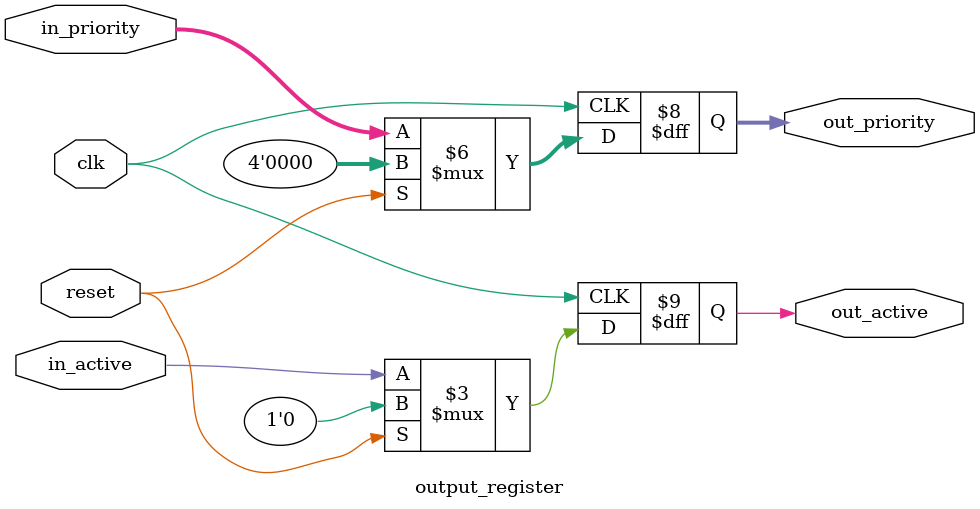
<source format=sv>
module priority_fixed_ismu #(
    parameter INT_COUNT = 16
)(
    input clk,
    input reset,
    input [INT_COUNT-1:0] int_src,
    input [INT_COUNT-1:0] int_enable,
    output [3:0] priority_num,
    output int_active
);

    wire [3:0] detected_priority;
    wire detection_active;

    // 中断检测子模块
    interrupt_detector #(
        .INT_COUNT(INT_COUNT)
    ) u_interrupt_detector (
        .int_src(int_src),
        .int_enable(int_enable),
        .priority_num(detected_priority),
        .int_active(detection_active)
    );

    // 寄存器输出子模块
    output_register u_output_register (
        .clk(clk),
        .reset(reset),
        .in_priority(detected_priority),
        .in_active(detection_active),
        .out_priority(priority_num),
        .out_active(int_active)
    );

endmodule

// 中断检测子模块 - 组合逻辑处理优先级检测
module interrupt_detector #(
    parameter INT_COUNT = 16
)(
    input [INT_COUNT-1:0] int_src,
    input [INT_COUNT-1:0] int_enable,
    output reg [3:0] priority_num,
    output reg int_active
);

    // 生成屏蔽后的中断信号
    wire [INT_COUNT-1:0] masked_interrupts = int_src & int_enable;
    
    always @(*) begin
        int_active = 1'b0;
        priority_num = 4'h0;
        
        if (masked_interrupts[0]) begin
            priority_num = 4'h0;
            int_active = 1'b1;
        end else if (masked_interrupts[1]) begin
            priority_num = 4'h1;
            int_active = 1'b1;
        end else if (masked_interrupts[2]) begin
            priority_num = 4'h2;
            int_active = 1'b1;
        end else if (masked_interrupts[3]) begin
            priority_num = 4'h3;
            int_active = 1'b1;
        end
        // 可根据需要扩展到INT_COUNT
    end

endmodule

// 输出寄存器子模块 - 控制时序逻辑
module output_register (
    input clk,
    input reset,
    input [3:0] in_priority,
    input in_active,
    output reg [3:0] out_priority,
    output reg out_active
);

    always @(posedge clk) begin
        if (reset) begin
            out_priority <= 4'h0;
            out_active <= 1'b0;
        end else begin
            out_priority <= in_priority;
            out_active <= in_active;
        end
    end

endmodule
</source>
